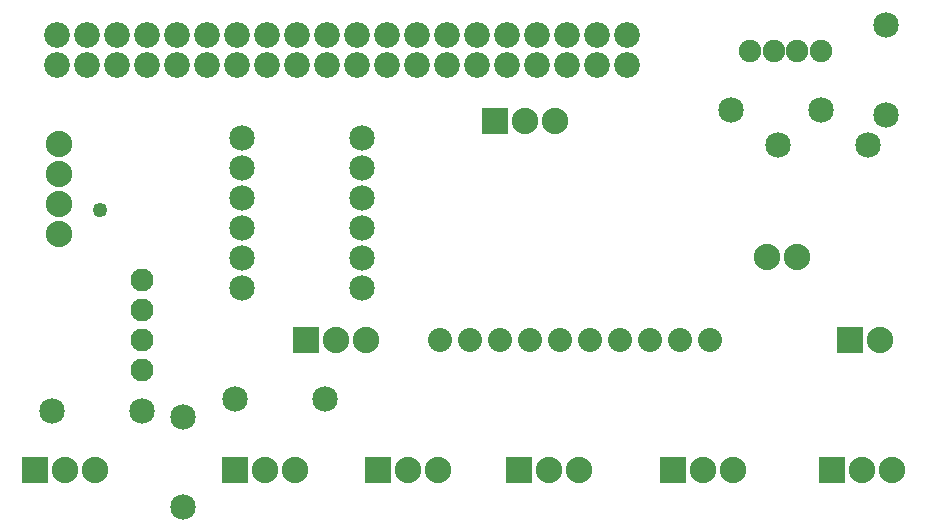
<source format=gbs>
G04 MADE WITH FRITZING*
G04 WWW.FRITZING.ORG*
G04 DOUBLE SIDED*
G04 HOLES PLATED*
G04 CONTOUR ON CENTER OF CONTOUR VECTOR*
%ASAXBY*%
%FSLAX23Y23*%
%MOIN*%
%OFA0B0*%
%SFA1.0B1.0*%
%ADD10C,0.075000*%
%ADD11C,0.049370*%
%ADD12C,0.088000*%
%ADD13C,0.084803*%
%ADD14C,0.076111*%
%ADD15C,0.080000*%
%ADD16C,0.085361*%
%ADD17C,0.085000*%
%ADD18R,0.088000X0.088000*%
%LNMASK0*%
G90*
G70*
G54D10*
X2600Y1702D03*
X2679Y1702D03*
X2758Y1702D03*
X2837Y1702D03*
G54D11*
X435Y1171D03*
G54D12*
X218Y305D03*
X318Y305D03*
X418Y305D03*
X1752Y1466D03*
X1852Y1466D03*
X1952Y1466D03*
X1122Y738D03*
X1222Y738D03*
X1322Y738D03*
X884Y305D03*
X984Y305D03*
X1084Y305D03*
X1359Y305D03*
X1459Y305D03*
X1559Y305D03*
X1830Y305D03*
X1930Y305D03*
X2030Y305D03*
X2344Y305D03*
X2444Y305D03*
X2544Y305D03*
X2875Y305D03*
X2975Y305D03*
X3075Y305D03*
G54D13*
X907Y1412D03*
X907Y912D03*
X907Y1012D03*
X907Y1112D03*
X907Y1212D03*
X907Y1312D03*
X1307Y1412D03*
X1308Y912D03*
X1308Y1012D03*
X1308Y1112D03*
X1308Y1212D03*
X1308Y1312D03*
G54D14*
X573Y938D03*
X573Y838D03*
X573Y638D03*
X573Y738D03*
G54D12*
X2933Y738D03*
X3033Y738D03*
G54D15*
X2467Y738D03*
X2367Y738D03*
X2267Y738D03*
X2167Y738D03*
X2067Y738D03*
X1967Y738D03*
X1867Y738D03*
X1767Y738D03*
X1667Y738D03*
X1567Y738D03*
G54D16*
X292Y1654D03*
X392Y1654D03*
X492Y1654D03*
X592Y1654D03*
X692Y1654D03*
X792Y1654D03*
X892Y1654D03*
X992Y1654D03*
X1092Y1654D03*
X1192Y1654D03*
X1292Y1654D03*
X1392Y1654D03*
X1492Y1654D03*
X1592Y1654D03*
X1692Y1654D03*
X1792Y1654D03*
X1892Y1654D03*
X1992Y1654D03*
X2092Y1654D03*
X2192Y1654D03*
X2192Y1754D03*
X2092Y1754D03*
X1992Y1754D03*
X1892Y1754D03*
X1792Y1754D03*
X1692Y1754D03*
X1592Y1754D03*
X1492Y1754D03*
X1392Y1754D03*
X1292Y1754D03*
X1192Y1754D03*
X1092Y1754D03*
X992Y1754D03*
X892Y1754D03*
X792Y1754D03*
X692Y1754D03*
X592Y1754D03*
X492Y1754D03*
X392Y1754D03*
X292Y1754D03*
G54D12*
X2658Y1013D03*
X2758Y1013D03*
X297Y1389D03*
X297Y1289D03*
X297Y1189D03*
X297Y1089D03*
G54D17*
X711Y182D03*
X711Y482D03*
X883Y541D03*
X1183Y541D03*
X3053Y1786D03*
X3053Y1486D03*
X2537Y1505D03*
X2837Y1505D03*
X2694Y1387D03*
X2994Y1387D03*
X273Y502D03*
X573Y502D03*
G54D18*
X218Y305D03*
X1752Y1466D03*
X1122Y738D03*
X884Y305D03*
X1359Y305D03*
X1830Y305D03*
X2344Y305D03*
X2875Y305D03*
X2933Y738D03*
G04 End of Mask0*
M02*
</source>
